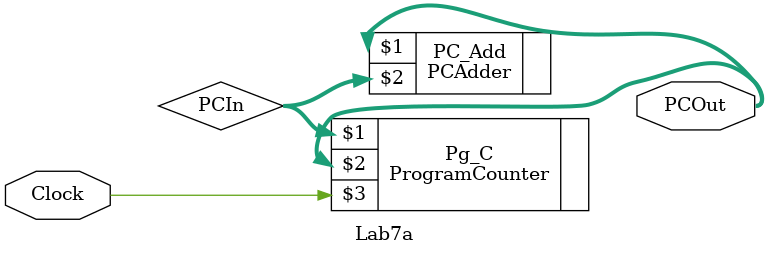
<source format=v>
`timescale 1ns / 1ps
module Lab7a(output [31:0] PCOut, input Clock);
	
	wire [31:0] PCIn;
	
	ProgramCounter Pg_C(PCIn, PCOut, Clock);
	PCAdder PC_Add(PCOut, PCIn);

endmodule

</source>
